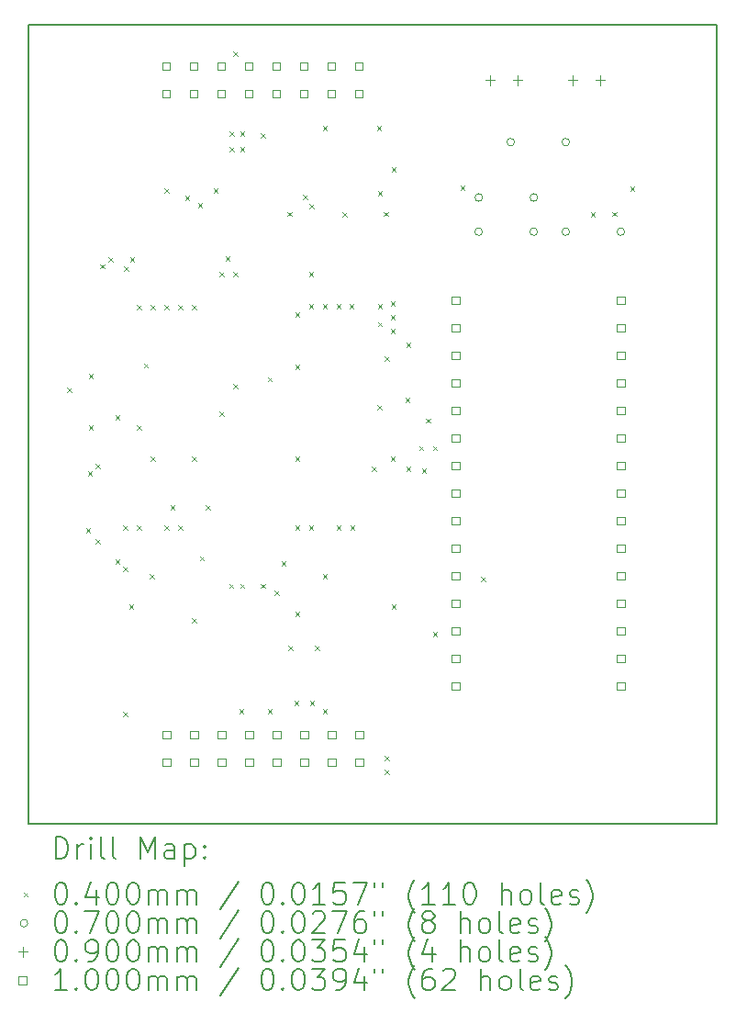
<source format=gbr>
%FSLAX45Y45*%
G04 Gerber Fmt 4.5, Leading zero omitted, Abs format (unit mm)*
G04 Created by KiCad (PCBNEW (6.0.4)) date 2022-03-26 17:54:47*
%MOMM*%
%LPD*%
G01*
G04 APERTURE LIST*
%TA.AperFunction,Profile*%
%ADD10C,0.200000*%
%TD*%
%ADD11C,0.200000*%
%ADD12C,0.040000*%
%ADD13C,0.070000*%
%ADD14C,0.090000*%
%ADD15C,0.100000*%
G04 APERTURE END LIST*
D10*
X10033000Y-13589000D02*
X10033000Y-6223000D01*
X16383000Y-13589000D02*
X10033000Y-13589000D01*
X16383000Y-6223000D02*
X16383000Y-13589000D01*
X10033000Y-6223000D02*
X16383000Y-6223000D01*
D11*
D12*
X10385050Y-9568500D02*
X10425050Y-9608500D01*
X10425050Y-9568500D02*
X10385050Y-9608500D01*
X10558467Y-10864534D02*
X10598467Y-10904534D01*
X10598467Y-10864534D02*
X10558467Y-10904534D01*
X10575550Y-10337676D02*
X10615550Y-10377676D01*
X10615550Y-10337676D02*
X10575550Y-10377676D01*
X10584500Y-9441500D02*
X10624500Y-9481500D01*
X10624500Y-9441500D02*
X10584500Y-9481500D01*
X10584500Y-9914500D02*
X10624500Y-9954500D01*
X10624500Y-9914500D02*
X10584500Y-9954500D01*
X10648000Y-10267000D02*
X10688000Y-10307000D01*
X10688000Y-10267000D02*
X10648000Y-10307000D01*
X10648000Y-10965500D02*
X10688000Y-11005500D01*
X10688000Y-10965500D02*
X10648000Y-11005500D01*
X10690933Y-8427880D02*
X10730933Y-8467880D01*
X10730933Y-8427880D02*
X10690933Y-8467880D01*
X10766099Y-8362000D02*
X10806099Y-8402000D01*
X10806099Y-8362000D02*
X10766099Y-8402000D01*
X10829550Y-9822500D02*
X10869550Y-9862500D01*
X10869550Y-9822500D02*
X10829550Y-9862500D01*
X10831325Y-11148825D02*
X10871325Y-11188824D01*
X10871325Y-11148825D02*
X10831325Y-11188824D01*
X10902000Y-10838500D02*
X10942000Y-10878500D01*
X10942000Y-10838500D02*
X10902000Y-10878500D01*
X10902000Y-11219500D02*
X10942000Y-11259500D01*
X10942000Y-11219500D02*
X10902000Y-11259500D01*
X10902000Y-12553000D02*
X10942000Y-12593000D01*
X10942000Y-12553000D02*
X10902000Y-12593000D01*
X10910999Y-8445783D02*
X10950999Y-8485783D01*
X10950999Y-8445783D02*
X10910999Y-8485783D01*
X10956550Y-11565500D02*
X10996550Y-11605500D01*
X10996550Y-11565500D02*
X10956550Y-11605500D01*
X10965500Y-8362000D02*
X11005500Y-8402000D01*
X11005500Y-8362000D02*
X10965500Y-8402000D01*
X11029000Y-8806500D02*
X11069000Y-8846500D01*
X11069000Y-8806500D02*
X11029000Y-8846500D01*
X11029000Y-9914500D02*
X11069000Y-9954500D01*
X11069000Y-9914500D02*
X11029000Y-9954500D01*
X11029000Y-10838500D02*
X11069000Y-10878500D01*
X11069000Y-10838500D02*
X11029000Y-10878500D01*
X11092500Y-9343000D02*
X11132500Y-9383000D01*
X11132500Y-9343000D02*
X11092500Y-9383000D01*
X11148098Y-11283000D02*
X11188098Y-11323000D01*
X11188098Y-11283000D02*
X11148098Y-11323000D01*
X11156000Y-8806500D02*
X11196000Y-8846500D01*
X11196000Y-8806500D02*
X11156000Y-8846500D01*
X11156000Y-10203500D02*
X11196000Y-10243500D01*
X11196000Y-10203500D02*
X11156000Y-10243500D01*
X11283000Y-7727000D02*
X11323000Y-7767000D01*
X11323000Y-7727000D02*
X11283000Y-7767000D01*
X11283000Y-8806500D02*
X11323000Y-8846500D01*
X11323000Y-8806500D02*
X11283000Y-8846500D01*
X11283000Y-10838500D02*
X11323000Y-10878500D01*
X11323000Y-10838500D02*
X11283000Y-10878500D01*
X11337550Y-10648001D02*
X11377550Y-10688001D01*
X11377550Y-10648001D02*
X11337550Y-10688001D01*
X11410000Y-8806500D02*
X11450000Y-8846500D01*
X11450000Y-8806500D02*
X11410000Y-8846500D01*
X11410000Y-10838500D02*
X11450000Y-10878500D01*
X11450000Y-10838500D02*
X11410000Y-10878500D01*
X11473500Y-7799450D02*
X11513500Y-7839450D01*
X11513500Y-7799450D02*
X11473500Y-7839450D01*
X11537000Y-8806500D02*
X11577000Y-8846500D01*
X11577000Y-8806500D02*
X11537000Y-8846500D01*
X11537000Y-10203500D02*
X11577000Y-10243500D01*
X11577000Y-10203500D02*
X11537000Y-10243500D01*
X11537000Y-11692500D02*
X11577000Y-11732500D01*
X11577000Y-11692500D02*
X11537000Y-11732500D01*
X11591550Y-7862950D02*
X11631550Y-7902950D01*
X11631550Y-7862950D02*
X11591550Y-7902950D01*
X11609450Y-11121000D02*
X11649450Y-11161000D01*
X11649450Y-11121000D02*
X11609450Y-11161000D01*
X11664000Y-10648001D02*
X11704000Y-10688001D01*
X11704000Y-10648001D02*
X11664000Y-10688001D01*
X11736450Y-7727000D02*
X11776450Y-7767000D01*
X11776450Y-7727000D02*
X11736450Y-7767000D01*
X11791000Y-8497950D02*
X11831000Y-8537950D01*
X11831000Y-8497950D02*
X11791000Y-8537950D01*
X11791000Y-9787500D02*
X11831000Y-9827500D01*
X11831000Y-9787500D02*
X11791000Y-9827500D01*
X11845550Y-8353050D02*
X11885550Y-8393050D01*
X11885550Y-8353050D02*
X11845550Y-8393050D01*
X11880950Y-11375000D02*
X11920950Y-11415000D01*
X11920950Y-11375000D02*
X11880950Y-11415000D01*
X11881950Y-7203550D02*
X11921950Y-7243550D01*
X11921950Y-7203550D02*
X11881950Y-7243550D01*
X11881950Y-7348450D02*
X11921950Y-7388450D01*
X11921950Y-7348450D02*
X11881950Y-7388450D01*
X11918000Y-8497950D02*
X11958000Y-8537950D01*
X11958000Y-8497950D02*
X11918000Y-8537950D01*
X11918000Y-9533500D02*
X11958000Y-9573500D01*
X11958000Y-9533500D02*
X11918000Y-9573500D01*
X11919214Y-6465950D02*
X11959214Y-6505950D01*
X11959214Y-6465950D02*
X11919214Y-6505950D01*
X11972550Y-12526950D02*
X12012550Y-12566950D01*
X12012550Y-12526950D02*
X11972550Y-12566950D01*
X11981900Y-7203550D02*
X12021900Y-7243550D01*
X12021900Y-7203550D02*
X11981900Y-7243550D01*
X11981900Y-7348450D02*
X12021900Y-7388450D01*
X12021900Y-7348450D02*
X11981900Y-7388450D01*
X11982455Y-11374045D02*
X12022455Y-11414045D01*
X12022455Y-11374045D02*
X11982455Y-11414045D01*
X12172000Y-7219000D02*
X12212000Y-7259000D01*
X12212000Y-7219000D02*
X12172000Y-7259000D01*
X12172000Y-11375000D02*
X12212000Y-11415000D01*
X12212000Y-11375000D02*
X12172000Y-11415000D01*
X12235500Y-9470000D02*
X12275500Y-9510000D01*
X12275500Y-9470000D02*
X12235500Y-9510000D01*
X12235500Y-12526950D02*
X12275500Y-12566950D01*
X12275500Y-12526950D02*
X12235500Y-12566950D01*
X12299000Y-11438500D02*
X12339000Y-11478500D01*
X12339000Y-11438500D02*
X12299000Y-11478500D01*
X12362500Y-11164950D02*
X12402500Y-11204950D01*
X12402500Y-11164950D02*
X12362500Y-11204950D01*
X12417050Y-7946000D02*
X12457050Y-7986000D01*
X12457050Y-7946000D02*
X12417050Y-7986000D01*
X12426000Y-11946500D02*
X12466000Y-11986500D01*
X12466000Y-11946500D02*
X12426000Y-11986500D01*
X12480550Y-12454500D02*
X12520550Y-12494500D01*
X12520550Y-12454500D02*
X12480550Y-12494500D01*
X12489500Y-8870000D02*
X12529500Y-8910000D01*
X12529500Y-8870000D02*
X12489500Y-8910000D01*
X12489500Y-9351950D02*
X12529500Y-9391950D01*
X12529500Y-9351950D02*
X12489500Y-9391950D01*
X12489500Y-10203500D02*
X12529500Y-10243500D01*
X12529500Y-10203500D02*
X12489500Y-10243500D01*
X12489500Y-10838500D02*
X12529500Y-10878500D01*
X12529500Y-10838500D02*
X12489500Y-10878500D01*
X12490666Y-11631598D02*
X12530666Y-11671598D01*
X12530666Y-11631598D02*
X12490666Y-11671598D01*
X12561950Y-7790500D02*
X12601950Y-7830500D01*
X12601950Y-7790500D02*
X12561950Y-7830500D01*
X12616500Y-8497950D02*
X12656500Y-8537950D01*
X12656500Y-8497950D02*
X12616500Y-8537950D01*
X12616500Y-8797550D02*
X12656500Y-8837550D01*
X12656500Y-8797550D02*
X12616500Y-8837550D01*
X12616500Y-10838500D02*
X12656500Y-10878500D01*
X12656500Y-10838500D02*
X12616500Y-10878500D01*
X12622070Y-7870348D02*
X12662070Y-7910348D01*
X12662070Y-7870348D02*
X12622070Y-7910348D01*
X12625450Y-12454500D02*
X12665450Y-12494500D01*
X12665450Y-12454500D02*
X12625450Y-12494500D01*
X12671050Y-11946500D02*
X12711050Y-11986500D01*
X12711050Y-11946500D02*
X12671050Y-11986500D01*
X12743500Y-7155500D02*
X12783500Y-7195500D01*
X12783500Y-7155500D02*
X12743500Y-7195500D01*
X12743500Y-8797550D02*
X12783500Y-8837550D01*
X12783500Y-8797550D02*
X12743500Y-8837550D01*
X12743500Y-11283000D02*
X12783500Y-11323000D01*
X12783500Y-11283000D02*
X12743500Y-11323000D01*
X12743500Y-12526950D02*
X12783500Y-12566950D01*
X12783500Y-12526950D02*
X12743500Y-12566950D01*
X12870500Y-8797550D02*
X12910500Y-8837550D01*
X12910500Y-8797550D02*
X12870500Y-8837550D01*
X12870500Y-10838500D02*
X12910500Y-10878500D01*
X12910500Y-10838500D02*
X12870500Y-10878500D01*
X12925050Y-7951230D02*
X12965050Y-7991230D01*
X12965050Y-7951230D02*
X12925050Y-7991230D01*
X12990324Y-8797550D02*
X13030324Y-8837550D01*
X13030324Y-8797550D02*
X12990324Y-8837550D01*
X12997500Y-10838500D02*
X13037500Y-10878500D01*
X13037500Y-10838500D02*
X12997500Y-10878500D01*
X13196950Y-10295500D02*
X13236950Y-10335500D01*
X13236950Y-10295500D02*
X13196950Y-10335500D01*
X13242550Y-7155500D02*
X13282550Y-7195500D01*
X13282550Y-7155500D02*
X13242550Y-7195500D01*
X13245770Y-9729730D02*
X13285770Y-9769730D01*
X13285770Y-9729730D02*
X13245770Y-9769730D01*
X13251500Y-7755500D02*
X13291500Y-7795500D01*
X13291500Y-7755500D02*
X13251500Y-7795500D01*
X13251500Y-8797550D02*
X13291500Y-8837550D01*
X13291500Y-8797550D02*
X13251500Y-8837550D01*
X13251500Y-8962000D02*
X13291500Y-9002000D01*
X13291500Y-8962000D02*
X13251500Y-9002000D01*
X13306050Y-7946000D02*
X13346050Y-7986000D01*
X13346050Y-7946000D02*
X13306050Y-7986000D01*
X13315000Y-9279500D02*
X13355000Y-9319500D01*
X13355000Y-9279500D02*
X13315000Y-9319500D01*
X13315000Y-12962500D02*
X13355000Y-13002500D01*
X13355000Y-12962500D02*
X13315000Y-13002500D01*
X13315000Y-13089500D02*
X13355000Y-13129500D01*
X13355000Y-13089500D02*
X13315000Y-13129500D01*
X13369550Y-8771500D02*
X13409550Y-8811500D01*
X13409550Y-8771500D02*
X13369550Y-8811500D01*
X13369550Y-8898500D02*
X13409550Y-8938500D01*
X13409550Y-8898500D02*
X13369550Y-8938500D01*
X13369550Y-9025500D02*
X13409550Y-9065500D01*
X13409550Y-9025500D02*
X13369550Y-9065500D01*
X13369550Y-10200950D02*
X13409550Y-10240950D01*
X13409550Y-10200950D02*
X13369550Y-10240950D01*
X13378500Y-7536500D02*
X13418500Y-7576500D01*
X13418500Y-7536500D02*
X13378500Y-7576500D01*
X13378500Y-11565500D02*
X13418500Y-11605500D01*
X13418500Y-11565500D02*
X13378500Y-11605500D01*
X13505500Y-9660500D02*
X13545500Y-9700500D01*
X13545500Y-9660500D02*
X13505500Y-9700500D01*
X13514450Y-9152500D02*
X13554450Y-9192500D01*
X13554450Y-9152500D02*
X13514450Y-9192500D01*
X13514450Y-10295500D02*
X13554450Y-10335500D01*
X13554450Y-10295500D02*
X13514450Y-10335500D01*
X13632500Y-10105000D02*
X13672500Y-10145000D01*
X13672500Y-10105000D02*
X13632500Y-10145000D01*
X13659351Y-10310505D02*
X13699351Y-10350505D01*
X13699351Y-10310505D02*
X13659351Y-10350505D01*
X13696000Y-9851000D02*
X13736000Y-9891000D01*
X13736000Y-9851000D02*
X13696000Y-9891000D01*
X13759500Y-10105000D02*
X13799500Y-10145000D01*
X13799500Y-10105000D02*
X13759500Y-10145000D01*
X13759500Y-11819500D02*
X13799500Y-11859500D01*
X13799500Y-11819500D02*
X13759500Y-11859500D01*
X14013500Y-7700950D02*
X14053500Y-7740950D01*
X14053500Y-7700950D02*
X14013500Y-7740950D01*
X14204000Y-11311500D02*
X14244000Y-11351500D01*
X14244000Y-11311500D02*
X14204000Y-11351500D01*
X15217188Y-7947294D02*
X15257188Y-7987294D01*
X15257188Y-7947294D02*
X15217188Y-7987294D01*
X15413470Y-7945010D02*
X15453470Y-7985010D01*
X15453470Y-7945010D02*
X15413470Y-7985010D01*
X15581520Y-7711480D02*
X15621520Y-7751480D01*
X15621520Y-7711480D02*
X15581520Y-7751480D01*
D13*
X14218000Y-7813000D02*
G75*
G03*
X14218000Y-7813000I-35000J0D01*
G01*
X14218000Y-8128000D02*
G75*
G03*
X14218000Y-8128000I-35000J0D01*
G01*
X14513000Y-7302500D02*
G75*
G03*
X14513000Y-7302500I-35000J0D01*
G01*
X14726000Y-7813000D02*
G75*
G03*
X14726000Y-7813000I-35000J0D01*
G01*
X14726000Y-8128000D02*
G75*
G03*
X14726000Y-8128000I-35000J0D01*
G01*
X15021000Y-7302500D02*
G75*
G03*
X15021000Y-7302500I-35000J0D01*
G01*
X15021000Y-8128000D02*
G75*
G03*
X15021000Y-8128000I-35000J0D01*
G01*
X15529000Y-8128000D02*
G75*
G03*
X15529000Y-8128000I-35000J0D01*
G01*
D14*
X14287000Y-6686000D02*
X14287000Y-6776000D01*
X14242000Y-6731000D02*
X14332000Y-6731000D01*
X14541000Y-6686000D02*
X14541000Y-6776000D01*
X14496000Y-6731000D02*
X14586000Y-6731000D01*
X15049000Y-6686000D02*
X15049000Y-6776000D01*
X15004000Y-6731000D02*
X15094000Y-6731000D01*
X15303000Y-6686000D02*
X15303000Y-6776000D01*
X15258000Y-6731000D02*
X15348000Y-6731000D01*
D15*
X11336856Y-6638856D02*
X11336856Y-6568144D01*
X11266144Y-6568144D01*
X11266144Y-6638856D01*
X11336856Y-6638856D01*
X11336856Y-6892856D02*
X11336856Y-6822144D01*
X11266144Y-6822144D01*
X11266144Y-6892856D01*
X11336856Y-6892856D01*
X11338356Y-12799356D02*
X11338356Y-12728644D01*
X11267644Y-12728644D01*
X11267644Y-12799356D01*
X11338356Y-12799356D01*
X11338356Y-13053356D02*
X11338356Y-12982644D01*
X11267644Y-12982644D01*
X11267644Y-13053356D01*
X11338356Y-13053356D01*
X11590856Y-6638856D02*
X11590856Y-6568144D01*
X11520144Y-6568144D01*
X11520144Y-6638856D01*
X11590856Y-6638856D01*
X11590856Y-6892856D02*
X11590856Y-6822144D01*
X11520144Y-6822144D01*
X11520144Y-6892856D01*
X11590856Y-6892856D01*
X11592356Y-12799356D02*
X11592356Y-12728644D01*
X11521644Y-12728644D01*
X11521644Y-12799356D01*
X11592356Y-12799356D01*
X11592356Y-13053356D02*
X11592356Y-12982644D01*
X11521644Y-12982644D01*
X11521644Y-13053356D01*
X11592356Y-13053356D01*
X11844856Y-6638856D02*
X11844856Y-6568144D01*
X11774144Y-6568144D01*
X11774144Y-6638856D01*
X11844856Y-6638856D01*
X11844856Y-6892856D02*
X11844856Y-6822144D01*
X11774144Y-6822144D01*
X11774144Y-6892856D01*
X11844856Y-6892856D01*
X11846356Y-12799356D02*
X11846356Y-12728644D01*
X11775644Y-12728644D01*
X11775644Y-12799356D01*
X11846356Y-12799356D01*
X11846356Y-13053356D02*
X11846356Y-12982644D01*
X11775644Y-12982644D01*
X11775644Y-13053356D01*
X11846356Y-13053356D01*
X12098856Y-6638856D02*
X12098856Y-6568144D01*
X12028144Y-6568144D01*
X12028144Y-6638856D01*
X12098856Y-6638856D01*
X12098856Y-6892856D02*
X12098856Y-6822144D01*
X12028144Y-6822144D01*
X12028144Y-6892856D01*
X12098856Y-6892856D01*
X12100356Y-12799356D02*
X12100356Y-12728644D01*
X12029644Y-12728644D01*
X12029644Y-12799356D01*
X12100356Y-12799356D01*
X12100356Y-13053356D02*
X12100356Y-12982644D01*
X12029644Y-12982644D01*
X12029644Y-13053356D01*
X12100356Y-13053356D01*
X12352856Y-6638856D02*
X12352856Y-6568144D01*
X12282144Y-6568144D01*
X12282144Y-6638856D01*
X12352856Y-6638856D01*
X12352856Y-6892856D02*
X12352856Y-6822144D01*
X12282144Y-6822144D01*
X12282144Y-6892856D01*
X12352856Y-6892856D01*
X12354356Y-12799356D02*
X12354356Y-12728644D01*
X12283644Y-12728644D01*
X12283644Y-12799356D01*
X12354356Y-12799356D01*
X12354356Y-13053356D02*
X12354356Y-12982644D01*
X12283644Y-12982644D01*
X12283644Y-13053356D01*
X12354356Y-13053356D01*
X12606856Y-6638856D02*
X12606856Y-6568144D01*
X12536144Y-6568144D01*
X12536144Y-6638856D01*
X12606856Y-6638856D01*
X12606856Y-6892856D02*
X12606856Y-6822144D01*
X12536144Y-6822144D01*
X12536144Y-6892856D01*
X12606856Y-6892856D01*
X12608356Y-12799356D02*
X12608356Y-12728644D01*
X12537644Y-12728644D01*
X12537644Y-12799356D01*
X12608356Y-12799356D01*
X12608356Y-13053356D02*
X12608356Y-12982644D01*
X12537644Y-12982644D01*
X12537644Y-13053356D01*
X12608356Y-13053356D01*
X12860856Y-6638856D02*
X12860856Y-6568144D01*
X12790144Y-6568144D01*
X12790144Y-6638856D01*
X12860856Y-6638856D01*
X12860856Y-6892856D02*
X12860856Y-6822144D01*
X12790144Y-6822144D01*
X12790144Y-6892856D01*
X12860856Y-6892856D01*
X12862356Y-12799356D02*
X12862356Y-12728644D01*
X12791644Y-12728644D01*
X12791644Y-12799356D01*
X12862356Y-12799356D01*
X12862356Y-13053356D02*
X12862356Y-12982644D01*
X12791644Y-12982644D01*
X12791644Y-13053356D01*
X12862356Y-13053356D01*
X13114856Y-6638856D02*
X13114856Y-6568144D01*
X13044144Y-6568144D01*
X13044144Y-6638856D01*
X13114856Y-6638856D01*
X13114856Y-6892856D02*
X13114856Y-6822144D01*
X13044144Y-6822144D01*
X13044144Y-6892856D01*
X13114856Y-6892856D01*
X13116356Y-12799356D02*
X13116356Y-12728644D01*
X13045644Y-12728644D01*
X13045644Y-12799356D01*
X13116356Y-12799356D01*
X13116356Y-13053356D02*
X13116356Y-12982644D01*
X13045644Y-12982644D01*
X13045644Y-13053356D01*
X13116356Y-13053356D01*
X14006356Y-8798356D02*
X14006356Y-8727644D01*
X13935644Y-8727644D01*
X13935644Y-8798356D01*
X14006356Y-8798356D01*
X14006356Y-9052356D02*
X14006356Y-8981644D01*
X13935644Y-8981644D01*
X13935644Y-9052356D01*
X14006356Y-9052356D01*
X14006356Y-9306356D02*
X14006356Y-9235644D01*
X13935644Y-9235644D01*
X13935644Y-9306356D01*
X14006356Y-9306356D01*
X14006356Y-9560356D02*
X14006356Y-9489644D01*
X13935644Y-9489644D01*
X13935644Y-9560356D01*
X14006356Y-9560356D01*
X14006356Y-9814356D02*
X14006356Y-9743644D01*
X13935644Y-9743644D01*
X13935644Y-9814356D01*
X14006356Y-9814356D01*
X14006356Y-10068356D02*
X14006356Y-9997644D01*
X13935644Y-9997644D01*
X13935644Y-10068356D01*
X14006356Y-10068356D01*
X14006356Y-10322356D02*
X14006356Y-10251644D01*
X13935644Y-10251644D01*
X13935644Y-10322356D01*
X14006356Y-10322356D01*
X14006356Y-10576356D02*
X14006356Y-10505644D01*
X13935644Y-10505644D01*
X13935644Y-10576356D01*
X14006356Y-10576356D01*
X14006356Y-10830356D02*
X14006356Y-10759644D01*
X13935644Y-10759644D01*
X13935644Y-10830356D01*
X14006356Y-10830356D01*
X14006356Y-11084356D02*
X14006356Y-11013644D01*
X13935644Y-11013644D01*
X13935644Y-11084356D01*
X14006356Y-11084356D01*
X14006356Y-11338356D02*
X14006356Y-11267644D01*
X13935644Y-11267644D01*
X13935644Y-11338356D01*
X14006356Y-11338356D01*
X14006356Y-11592356D02*
X14006356Y-11521644D01*
X13935644Y-11521644D01*
X13935644Y-11592356D01*
X14006356Y-11592356D01*
X14006356Y-11846356D02*
X14006356Y-11775644D01*
X13935644Y-11775644D01*
X13935644Y-11846356D01*
X14006356Y-11846356D01*
X14006356Y-12100356D02*
X14006356Y-12029644D01*
X13935644Y-12029644D01*
X13935644Y-12100356D01*
X14006356Y-12100356D01*
X14006356Y-12354356D02*
X14006356Y-12283644D01*
X13935644Y-12283644D01*
X13935644Y-12354356D01*
X14006356Y-12354356D01*
X15530356Y-8798356D02*
X15530356Y-8727644D01*
X15459644Y-8727644D01*
X15459644Y-8798356D01*
X15530356Y-8798356D01*
X15530356Y-9052356D02*
X15530356Y-8981644D01*
X15459644Y-8981644D01*
X15459644Y-9052356D01*
X15530356Y-9052356D01*
X15530356Y-9306356D02*
X15530356Y-9235644D01*
X15459644Y-9235644D01*
X15459644Y-9306356D01*
X15530356Y-9306356D01*
X15530356Y-9560356D02*
X15530356Y-9489644D01*
X15459644Y-9489644D01*
X15459644Y-9560356D01*
X15530356Y-9560356D01*
X15530356Y-9814356D02*
X15530356Y-9743644D01*
X15459644Y-9743644D01*
X15459644Y-9814356D01*
X15530356Y-9814356D01*
X15530356Y-10068356D02*
X15530356Y-9997644D01*
X15459644Y-9997644D01*
X15459644Y-10068356D01*
X15530356Y-10068356D01*
X15530356Y-10322356D02*
X15530356Y-10251644D01*
X15459644Y-10251644D01*
X15459644Y-10322356D01*
X15530356Y-10322356D01*
X15530356Y-10576356D02*
X15530356Y-10505644D01*
X15459644Y-10505644D01*
X15459644Y-10576356D01*
X15530356Y-10576356D01*
X15530356Y-10830356D02*
X15530356Y-10759644D01*
X15459644Y-10759644D01*
X15459644Y-10830356D01*
X15530356Y-10830356D01*
X15530356Y-11084356D02*
X15530356Y-11013644D01*
X15459644Y-11013644D01*
X15459644Y-11084356D01*
X15530356Y-11084356D01*
X15530356Y-11338356D02*
X15530356Y-11267644D01*
X15459644Y-11267644D01*
X15459644Y-11338356D01*
X15530356Y-11338356D01*
X15530356Y-11592356D02*
X15530356Y-11521644D01*
X15459644Y-11521644D01*
X15459644Y-11592356D01*
X15530356Y-11592356D01*
X15530356Y-11846356D02*
X15530356Y-11775644D01*
X15459644Y-11775644D01*
X15459644Y-11846356D01*
X15530356Y-11846356D01*
X15530356Y-12100356D02*
X15530356Y-12029644D01*
X15459644Y-12029644D01*
X15459644Y-12100356D01*
X15530356Y-12100356D01*
X15530356Y-12354356D02*
X15530356Y-12283644D01*
X15459644Y-12283644D01*
X15459644Y-12354356D01*
X15530356Y-12354356D01*
D11*
X10280619Y-13909476D02*
X10280619Y-13709476D01*
X10328238Y-13709476D01*
X10356810Y-13719000D01*
X10375857Y-13738048D01*
X10385381Y-13757095D01*
X10394905Y-13795190D01*
X10394905Y-13823762D01*
X10385381Y-13861857D01*
X10375857Y-13880905D01*
X10356810Y-13899952D01*
X10328238Y-13909476D01*
X10280619Y-13909476D01*
X10480619Y-13909476D02*
X10480619Y-13776143D01*
X10480619Y-13814238D02*
X10490143Y-13795190D01*
X10499667Y-13785667D01*
X10518714Y-13776143D01*
X10537762Y-13776143D01*
X10604429Y-13909476D02*
X10604429Y-13776143D01*
X10604429Y-13709476D02*
X10594905Y-13719000D01*
X10604429Y-13728524D01*
X10613952Y-13719000D01*
X10604429Y-13709476D01*
X10604429Y-13728524D01*
X10728238Y-13909476D02*
X10709190Y-13899952D01*
X10699667Y-13880905D01*
X10699667Y-13709476D01*
X10833000Y-13909476D02*
X10813952Y-13899952D01*
X10804429Y-13880905D01*
X10804429Y-13709476D01*
X11061571Y-13909476D02*
X11061571Y-13709476D01*
X11128238Y-13852333D01*
X11194905Y-13709476D01*
X11194905Y-13909476D01*
X11375857Y-13909476D02*
X11375857Y-13804714D01*
X11366333Y-13785667D01*
X11347286Y-13776143D01*
X11309190Y-13776143D01*
X11290143Y-13785667D01*
X11375857Y-13899952D02*
X11356809Y-13909476D01*
X11309190Y-13909476D01*
X11290143Y-13899952D01*
X11280619Y-13880905D01*
X11280619Y-13861857D01*
X11290143Y-13842809D01*
X11309190Y-13833286D01*
X11356809Y-13833286D01*
X11375857Y-13823762D01*
X11471095Y-13776143D02*
X11471095Y-13976143D01*
X11471095Y-13785667D02*
X11490143Y-13776143D01*
X11528238Y-13776143D01*
X11547286Y-13785667D01*
X11556809Y-13795190D01*
X11566333Y-13814238D01*
X11566333Y-13871381D01*
X11556809Y-13890428D01*
X11547286Y-13899952D01*
X11528238Y-13909476D01*
X11490143Y-13909476D01*
X11471095Y-13899952D01*
X11652048Y-13890428D02*
X11661571Y-13899952D01*
X11652048Y-13909476D01*
X11642524Y-13899952D01*
X11652048Y-13890428D01*
X11652048Y-13909476D01*
X11652048Y-13785667D02*
X11661571Y-13795190D01*
X11652048Y-13804714D01*
X11642524Y-13795190D01*
X11652048Y-13785667D01*
X11652048Y-13804714D01*
D12*
X9983000Y-14219000D02*
X10023000Y-14259000D01*
X10023000Y-14219000D02*
X9983000Y-14259000D01*
D11*
X10318714Y-14129476D02*
X10337762Y-14129476D01*
X10356810Y-14139000D01*
X10366333Y-14148524D01*
X10375857Y-14167571D01*
X10385381Y-14205667D01*
X10385381Y-14253286D01*
X10375857Y-14291381D01*
X10366333Y-14310428D01*
X10356810Y-14319952D01*
X10337762Y-14329476D01*
X10318714Y-14329476D01*
X10299667Y-14319952D01*
X10290143Y-14310428D01*
X10280619Y-14291381D01*
X10271095Y-14253286D01*
X10271095Y-14205667D01*
X10280619Y-14167571D01*
X10290143Y-14148524D01*
X10299667Y-14139000D01*
X10318714Y-14129476D01*
X10471095Y-14310428D02*
X10480619Y-14319952D01*
X10471095Y-14329476D01*
X10461571Y-14319952D01*
X10471095Y-14310428D01*
X10471095Y-14329476D01*
X10652048Y-14196143D02*
X10652048Y-14329476D01*
X10604429Y-14119952D02*
X10556810Y-14262809D01*
X10680619Y-14262809D01*
X10794905Y-14129476D02*
X10813952Y-14129476D01*
X10833000Y-14139000D01*
X10842524Y-14148524D01*
X10852048Y-14167571D01*
X10861571Y-14205667D01*
X10861571Y-14253286D01*
X10852048Y-14291381D01*
X10842524Y-14310428D01*
X10833000Y-14319952D01*
X10813952Y-14329476D01*
X10794905Y-14329476D01*
X10775857Y-14319952D01*
X10766333Y-14310428D01*
X10756810Y-14291381D01*
X10747286Y-14253286D01*
X10747286Y-14205667D01*
X10756810Y-14167571D01*
X10766333Y-14148524D01*
X10775857Y-14139000D01*
X10794905Y-14129476D01*
X10985381Y-14129476D02*
X11004429Y-14129476D01*
X11023476Y-14139000D01*
X11033000Y-14148524D01*
X11042524Y-14167571D01*
X11052048Y-14205667D01*
X11052048Y-14253286D01*
X11042524Y-14291381D01*
X11033000Y-14310428D01*
X11023476Y-14319952D01*
X11004429Y-14329476D01*
X10985381Y-14329476D01*
X10966333Y-14319952D01*
X10956810Y-14310428D01*
X10947286Y-14291381D01*
X10937762Y-14253286D01*
X10937762Y-14205667D01*
X10947286Y-14167571D01*
X10956810Y-14148524D01*
X10966333Y-14139000D01*
X10985381Y-14129476D01*
X11137762Y-14329476D02*
X11137762Y-14196143D01*
X11137762Y-14215190D02*
X11147286Y-14205667D01*
X11166333Y-14196143D01*
X11194905Y-14196143D01*
X11213952Y-14205667D01*
X11223476Y-14224714D01*
X11223476Y-14329476D01*
X11223476Y-14224714D02*
X11233000Y-14205667D01*
X11252048Y-14196143D01*
X11280619Y-14196143D01*
X11299667Y-14205667D01*
X11309190Y-14224714D01*
X11309190Y-14329476D01*
X11404428Y-14329476D02*
X11404428Y-14196143D01*
X11404428Y-14215190D02*
X11413952Y-14205667D01*
X11433000Y-14196143D01*
X11461571Y-14196143D01*
X11480619Y-14205667D01*
X11490143Y-14224714D01*
X11490143Y-14329476D01*
X11490143Y-14224714D02*
X11499667Y-14205667D01*
X11518714Y-14196143D01*
X11547286Y-14196143D01*
X11566333Y-14205667D01*
X11575857Y-14224714D01*
X11575857Y-14329476D01*
X11966333Y-14119952D02*
X11794905Y-14377095D01*
X12223476Y-14129476D02*
X12242524Y-14129476D01*
X12261571Y-14139000D01*
X12271095Y-14148524D01*
X12280619Y-14167571D01*
X12290143Y-14205667D01*
X12290143Y-14253286D01*
X12280619Y-14291381D01*
X12271095Y-14310428D01*
X12261571Y-14319952D01*
X12242524Y-14329476D01*
X12223476Y-14329476D01*
X12204428Y-14319952D01*
X12194905Y-14310428D01*
X12185381Y-14291381D01*
X12175857Y-14253286D01*
X12175857Y-14205667D01*
X12185381Y-14167571D01*
X12194905Y-14148524D01*
X12204428Y-14139000D01*
X12223476Y-14129476D01*
X12375857Y-14310428D02*
X12385381Y-14319952D01*
X12375857Y-14329476D01*
X12366333Y-14319952D01*
X12375857Y-14310428D01*
X12375857Y-14329476D01*
X12509190Y-14129476D02*
X12528238Y-14129476D01*
X12547286Y-14139000D01*
X12556809Y-14148524D01*
X12566333Y-14167571D01*
X12575857Y-14205667D01*
X12575857Y-14253286D01*
X12566333Y-14291381D01*
X12556809Y-14310428D01*
X12547286Y-14319952D01*
X12528238Y-14329476D01*
X12509190Y-14329476D01*
X12490143Y-14319952D01*
X12480619Y-14310428D01*
X12471095Y-14291381D01*
X12461571Y-14253286D01*
X12461571Y-14205667D01*
X12471095Y-14167571D01*
X12480619Y-14148524D01*
X12490143Y-14139000D01*
X12509190Y-14129476D01*
X12766333Y-14329476D02*
X12652048Y-14329476D01*
X12709190Y-14329476D02*
X12709190Y-14129476D01*
X12690143Y-14158048D01*
X12671095Y-14177095D01*
X12652048Y-14186619D01*
X12947286Y-14129476D02*
X12852048Y-14129476D01*
X12842524Y-14224714D01*
X12852048Y-14215190D01*
X12871095Y-14205667D01*
X12918714Y-14205667D01*
X12937762Y-14215190D01*
X12947286Y-14224714D01*
X12956809Y-14243762D01*
X12956809Y-14291381D01*
X12947286Y-14310428D01*
X12937762Y-14319952D01*
X12918714Y-14329476D01*
X12871095Y-14329476D01*
X12852048Y-14319952D01*
X12842524Y-14310428D01*
X13023476Y-14129476D02*
X13156809Y-14129476D01*
X13071095Y-14329476D01*
X13223476Y-14129476D02*
X13223476Y-14167571D01*
X13299667Y-14129476D02*
X13299667Y-14167571D01*
X13594905Y-14405667D02*
X13585381Y-14396143D01*
X13566333Y-14367571D01*
X13556809Y-14348524D01*
X13547286Y-14319952D01*
X13537762Y-14272333D01*
X13537762Y-14234238D01*
X13547286Y-14186619D01*
X13556809Y-14158048D01*
X13566333Y-14139000D01*
X13585381Y-14110428D01*
X13594905Y-14100905D01*
X13775857Y-14329476D02*
X13661571Y-14329476D01*
X13718714Y-14329476D02*
X13718714Y-14129476D01*
X13699667Y-14158048D01*
X13680619Y-14177095D01*
X13661571Y-14186619D01*
X13966333Y-14329476D02*
X13852048Y-14329476D01*
X13909190Y-14329476D02*
X13909190Y-14129476D01*
X13890143Y-14158048D01*
X13871095Y-14177095D01*
X13852048Y-14186619D01*
X14090143Y-14129476D02*
X14109190Y-14129476D01*
X14128238Y-14139000D01*
X14137762Y-14148524D01*
X14147286Y-14167571D01*
X14156809Y-14205667D01*
X14156809Y-14253286D01*
X14147286Y-14291381D01*
X14137762Y-14310428D01*
X14128238Y-14319952D01*
X14109190Y-14329476D01*
X14090143Y-14329476D01*
X14071095Y-14319952D01*
X14061571Y-14310428D01*
X14052048Y-14291381D01*
X14042524Y-14253286D01*
X14042524Y-14205667D01*
X14052048Y-14167571D01*
X14061571Y-14148524D01*
X14071095Y-14139000D01*
X14090143Y-14129476D01*
X14394905Y-14329476D02*
X14394905Y-14129476D01*
X14480619Y-14329476D02*
X14480619Y-14224714D01*
X14471095Y-14205667D01*
X14452048Y-14196143D01*
X14423476Y-14196143D01*
X14404428Y-14205667D01*
X14394905Y-14215190D01*
X14604428Y-14329476D02*
X14585381Y-14319952D01*
X14575857Y-14310428D01*
X14566333Y-14291381D01*
X14566333Y-14234238D01*
X14575857Y-14215190D01*
X14585381Y-14205667D01*
X14604428Y-14196143D01*
X14633000Y-14196143D01*
X14652048Y-14205667D01*
X14661571Y-14215190D01*
X14671095Y-14234238D01*
X14671095Y-14291381D01*
X14661571Y-14310428D01*
X14652048Y-14319952D01*
X14633000Y-14329476D01*
X14604428Y-14329476D01*
X14785381Y-14329476D02*
X14766333Y-14319952D01*
X14756809Y-14300905D01*
X14756809Y-14129476D01*
X14937762Y-14319952D02*
X14918714Y-14329476D01*
X14880619Y-14329476D01*
X14861571Y-14319952D01*
X14852048Y-14300905D01*
X14852048Y-14224714D01*
X14861571Y-14205667D01*
X14880619Y-14196143D01*
X14918714Y-14196143D01*
X14937762Y-14205667D01*
X14947286Y-14224714D01*
X14947286Y-14243762D01*
X14852048Y-14262809D01*
X15023476Y-14319952D02*
X15042524Y-14329476D01*
X15080619Y-14329476D01*
X15099667Y-14319952D01*
X15109190Y-14300905D01*
X15109190Y-14291381D01*
X15099667Y-14272333D01*
X15080619Y-14262809D01*
X15052048Y-14262809D01*
X15033000Y-14253286D01*
X15023476Y-14234238D01*
X15023476Y-14224714D01*
X15033000Y-14205667D01*
X15052048Y-14196143D01*
X15080619Y-14196143D01*
X15099667Y-14205667D01*
X15175857Y-14405667D02*
X15185381Y-14396143D01*
X15204428Y-14367571D01*
X15213952Y-14348524D01*
X15223476Y-14319952D01*
X15233000Y-14272333D01*
X15233000Y-14234238D01*
X15223476Y-14186619D01*
X15213952Y-14158048D01*
X15204428Y-14139000D01*
X15185381Y-14110428D01*
X15175857Y-14100905D01*
D13*
X10023000Y-14503000D02*
G75*
G03*
X10023000Y-14503000I-35000J0D01*
G01*
D11*
X10318714Y-14393476D02*
X10337762Y-14393476D01*
X10356810Y-14403000D01*
X10366333Y-14412524D01*
X10375857Y-14431571D01*
X10385381Y-14469667D01*
X10385381Y-14517286D01*
X10375857Y-14555381D01*
X10366333Y-14574428D01*
X10356810Y-14583952D01*
X10337762Y-14593476D01*
X10318714Y-14593476D01*
X10299667Y-14583952D01*
X10290143Y-14574428D01*
X10280619Y-14555381D01*
X10271095Y-14517286D01*
X10271095Y-14469667D01*
X10280619Y-14431571D01*
X10290143Y-14412524D01*
X10299667Y-14403000D01*
X10318714Y-14393476D01*
X10471095Y-14574428D02*
X10480619Y-14583952D01*
X10471095Y-14593476D01*
X10461571Y-14583952D01*
X10471095Y-14574428D01*
X10471095Y-14593476D01*
X10547286Y-14393476D02*
X10680619Y-14393476D01*
X10594905Y-14593476D01*
X10794905Y-14393476D02*
X10813952Y-14393476D01*
X10833000Y-14403000D01*
X10842524Y-14412524D01*
X10852048Y-14431571D01*
X10861571Y-14469667D01*
X10861571Y-14517286D01*
X10852048Y-14555381D01*
X10842524Y-14574428D01*
X10833000Y-14583952D01*
X10813952Y-14593476D01*
X10794905Y-14593476D01*
X10775857Y-14583952D01*
X10766333Y-14574428D01*
X10756810Y-14555381D01*
X10747286Y-14517286D01*
X10747286Y-14469667D01*
X10756810Y-14431571D01*
X10766333Y-14412524D01*
X10775857Y-14403000D01*
X10794905Y-14393476D01*
X10985381Y-14393476D02*
X11004429Y-14393476D01*
X11023476Y-14403000D01*
X11033000Y-14412524D01*
X11042524Y-14431571D01*
X11052048Y-14469667D01*
X11052048Y-14517286D01*
X11042524Y-14555381D01*
X11033000Y-14574428D01*
X11023476Y-14583952D01*
X11004429Y-14593476D01*
X10985381Y-14593476D01*
X10966333Y-14583952D01*
X10956810Y-14574428D01*
X10947286Y-14555381D01*
X10937762Y-14517286D01*
X10937762Y-14469667D01*
X10947286Y-14431571D01*
X10956810Y-14412524D01*
X10966333Y-14403000D01*
X10985381Y-14393476D01*
X11137762Y-14593476D02*
X11137762Y-14460143D01*
X11137762Y-14479190D02*
X11147286Y-14469667D01*
X11166333Y-14460143D01*
X11194905Y-14460143D01*
X11213952Y-14469667D01*
X11223476Y-14488714D01*
X11223476Y-14593476D01*
X11223476Y-14488714D02*
X11233000Y-14469667D01*
X11252048Y-14460143D01*
X11280619Y-14460143D01*
X11299667Y-14469667D01*
X11309190Y-14488714D01*
X11309190Y-14593476D01*
X11404428Y-14593476D02*
X11404428Y-14460143D01*
X11404428Y-14479190D02*
X11413952Y-14469667D01*
X11433000Y-14460143D01*
X11461571Y-14460143D01*
X11480619Y-14469667D01*
X11490143Y-14488714D01*
X11490143Y-14593476D01*
X11490143Y-14488714D02*
X11499667Y-14469667D01*
X11518714Y-14460143D01*
X11547286Y-14460143D01*
X11566333Y-14469667D01*
X11575857Y-14488714D01*
X11575857Y-14593476D01*
X11966333Y-14383952D02*
X11794905Y-14641095D01*
X12223476Y-14393476D02*
X12242524Y-14393476D01*
X12261571Y-14403000D01*
X12271095Y-14412524D01*
X12280619Y-14431571D01*
X12290143Y-14469667D01*
X12290143Y-14517286D01*
X12280619Y-14555381D01*
X12271095Y-14574428D01*
X12261571Y-14583952D01*
X12242524Y-14593476D01*
X12223476Y-14593476D01*
X12204428Y-14583952D01*
X12194905Y-14574428D01*
X12185381Y-14555381D01*
X12175857Y-14517286D01*
X12175857Y-14469667D01*
X12185381Y-14431571D01*
X12194905Y-14412524D01*
X12204428Y-14403000D01*
X12223476Y-14393476D01*
X12375857Y-14574428D02*
X12385381Y-14583952D01*
X12375857Y-14593476D01*
X12366333Y-14583952D01*
X12375857Y-14574428D01*
X12375857Y-14593476D01*
X12509190Y-14393476D02*
X12528238Y-14393476D01*
X12547286Y-14403000D01*
X12556809Y-14412524D01*
X12566333Y-14431571D01*
X12575857Y-14469667D01*
X12575857Y-14517286D01*
X12566333Y-14555381D01*
X12556809Y-14574428D01*
X12547286Y-14583952D01*
X12528238Y-14593476D01*
X12509190Y-14593476D01*
X12490143Y-14583952D01*
X12480619Y-14574428D01*
X12471095Y-14555381D01*
X12461571Y-14517286D01*
X12461571Y-14469667D01*
X12471095Y-14431571D01*
X12480619Y-14412524D01*
X12490143Y-14403000D01*
X12509190Y-14393476D01*
X12652048Y-14412524D02*
X12661571Y-14403000D01*
X12680619Y-14393476D01*
X12728238Y-14393476D01*
X12747286Y-14403000D01*
X12756809Y-14412524D01*
X12766333Y-14431571D01*
X12766333Y-14450619D01*
X12756809Y-14479190D01*
X12642524Y-14593476D01*
X12766333Y-14593476D01*
X12833000Y-14393476D02*
X12966333Y-14393476D01*
X12880619Y-14593476D01*
X13128238Y-14393476D02*
X13090143Y-14393476D01*
X13071095Y-14403000D01*
X13061571Y-14412524D01*
X13042524Y-14441095D01*
X13033000Y-14479190D01*
X13033000Y-14555381D01*
X13042524Y-14574428D01*
X13052048Y-14583952D01*
X13071095Y-14593476D01*
X13109190Y-14593476D01*
X13128238Y-14583952D01*
X13137762Y-14574428D01*
X13147286Y-14555381D01*
X13147286Y-14507762D01*
X13137762Y-14488714D01*
X13128238Y-14479190D01*
X13109190Y-14469667D01*
X13071095Y-14469667D01*
X13052048Y-14479190D01*
X13042524Y-14488714D01*
X13033000Y-14507762D01*
X13223476Y-14393476D02*
X13223476Y-14431571D01*
X13299667Y-14393476D02*
X13299667Y-14431571D01*
X13594905Y-14669667D02*
X13585381Y-14660143D01*
X13566333Y-14631571D01*
X13556809Y-14612524D01*
X13547286Y-14583952D01*
X13537762Y-14536333D01*
X13537762Y-14498238D01*
X13547286Y-14450619D01*
X13556809Y-14422048D01*
X13566333Y-14403000D01*
X13585381Y-14374428D01*
X13594905Y-14364905D01*
X13699667Y-14479190D02*
X13680619Y-14469667D01*
X13671095Y-14460143D01*
X13661571Y-14441095D01*
X13661571Y-14431571D01*
X13671095Y-14412524D01*
X13680619Y-14403000D01*
X13699667Y-14393476D01*
X13737762Y-14393476D01*
X13756809Y-14403000D01*
X13766333Y-14412524D01*
X13775857Y-14431571D01*
X13775857Y-14441095D01*
X13766333Y-14460143D01*
X13756809Y-14469667D01*
X13737762Y-14479190D01*
X13699667Y-14479190D01*
X13680619Y-14488714D01*
X13671095Y-14498238D01*
X13661571Y-14517286D01*
X13661571Y-14555381D01*
X13671095Y-14574428D01*
X13680619Y-14583952D01*
X13699667Y-14593476D01*
X13737762Y-14593476D01*
X13756809Y-14583952D01*
X13766333Y-14574428D01*
X13775857Y-14555381D01*
X13775857Y-14517286D01*
X13766333Y-14498238D01*
X13756809Y-14488714D01*
X13737762Y-14479190D01*
X14013952Y-14593476D02*
X14013952Y-14393476D01*
X14099667Y-14593476D02*
X14099667Y-14488714D01*
X14090143Y-14469667D01*
X14071095Y-14460143D01*
X14042524Y-14460143D01*
X14023476Y-14469667D01*
X14013952Y-14479190D01*
X14223476Y-14593476D02*
X14204428Y-14583952D01*
X14194905Y-14574428D01*
X14185381Y-14555381D01*
X14185381Y-14498238D01*
X14194905Y-14479190D01*
X14204428Y-14469667D01*
X14223476Y-14460143D01*
X14252048Y-14460143D01*
X14271095Y-14469667D01*
X14280619Y-14479190D01*
X14290143Y-14498238D01*
X14290143Y-14555381D01*
X14280619Y-14574428D01*
X14271095Y-14583952D01*
X14252048Y-14593476D01*
X14223476Y-14593476D01*
X14404428Y-14593476D02*
X14385381Y-14583952D01*
X14375857Y-14564905D01*
X14375857Y-14393476D01*
X14556809Y-14583952D02*
X14537762Y-14593476D01*
X14499667Y-14593476D01*
X14480619Y-14583952D01*
X14471095Y-14564905D01*
X14471095Y-14488714D01*
X14480619Y-14469667D01*
X14499667Y-14460143D01*
X14537762Y-14460143D01*
X14556809Y-14469667D01*
X14566333Y-14488714D01*
X14566333Y-14507762D01*
X14471095Y-14526809D01*
X14642524Y-14583952D02*
X14661571Y-14593476D01*
X14699667Y-14593476D01*
X14718714Y-14583952D01*
X14728238Y-14564905D01*
X14728238Y-14555381D01*
X14718714Y-14536333D01*
X14699667Y-14526809D01*
X14671095Y-14526809D01*
X14652048Y-14517286D01*
X14642524Y-14498238D01*
X14642524Y-14488714D01*
X14652048Y-14469667D01*
X14671095Y-14460143D01*
X14699667Y-14460143D01*
X14718714Y-14469667D01*
X14794905Y-14669667D02*
X14804428Y-14660143D01*
X14823476Y-14631571D01*
X14833000Y-14612524D01*
X14842524Y-14583952D01*
X14852048Y-14536333D01*
X14852048Y-14498238D01*
X14842524Y-14450619D01*
X14833000Y-14422048D01*
X14823476Y-14403000D01*
X14804428Y-14374428D01*
X14794905Y-14364905D01*
D14*
X9978000Y-14722000D02*
X9978000Y-14812000D01*
X9933000Y-14767000D02*
X10023000Y-14767000D01*
D11*
X10318714Y-14657476D02*
X10337762Y-14657476D01*
X10356810Y-14667000D01*
X10366333Y-14676524D01*
X10375857Y-14695571D01*
X10385381Y-14733667D01*
X10385381Y-14781286D01*
X10375857Y-14819381D01*
X10366333Y-14838428D01*
X10356810Y-14847952D01*
X10337762Y-14857476D01*
X10318714Y-14857476D01*
X10299667Y-14847952D01*
X10290143Y-14838428D01*
X10280619Y-14819381D01*
X10271095Y-14781286D01*
X10271095Y-14733667D01*
X10280619Y-14695571D01*
X10290143Y-14676524D01*
X10299667Y-14667000D01*
X10318714Y-14657476D01*
X10471095Y-14838428D02*
X10480619Y-14847952D01*
X10471095Y-14857476D01*
X10461571Y-14847952D01*
X10471095Y-14838428D01*
X10471095Y-14857476D01*
X10575857Y-14857476D02*
X10613952Y-14857476D01*
X10633000Y-14847952D01*
X10642524Y-14838428D01*
X10661571Y-14809857D01*
X10671095Y-14771762D01*
X10671095Y-14695571D01*
X10661571Y-14676524D01*
X10652048Y-14667000D01*
X10633000Y-14657476D01*
X10594905Y-14657476D01*
X10575857Y-14667000D01*
X10566333Y-14676524D01*
X10556810Y-14695571D01*
X10556810Y-14743190D01*
X10566333Y-14762238D01*
X10575857Y-14771762D01*
X10594905Y-14781286D01*
X10633000Y-14781286D01*
X10652048Y-14771762D01*
X10661571Y-14762238D01*
X10671095Y-14743190D01*
X10794905Y-14657476D02*
X10813952Y-14657476D01*
X10833000Y-14667000D01*
X10842524Y-14676524D01*
X10852048Y-14695571D01*
X10861571Y-14733667D01*
X10861571Y-14781286D01*
X10852048Y-14819381D01*
X10842524Y-14838428D01*
X10833000Y-14847952D01*
X10813952Y-14857476D01*
X10794905Y-14857476D01*
X10775857Y-14847952D01*
X10766333Y-14838428D01*
X10756810Y-14819381D01*
X10747286Y-14781286D01*
X10747286Y-14733667D01*
X10756810Y-14695571D01*
X10766333Y-14676524D01*
X10775857Y-14667000D01*
X10794905Y-14657476D01*
X10985381Y-14657476D02*
X11004429Y-14657476D01*
X11023476Y-14667000D01*
X11033000Y-14676524D01*
X11042524Y-14695571D01*
X11052048Y-14733667D01*
X11052048Y-14781286D01*
X11042524Y-14819381D01*
X11033000Y-14838428D01*
X11023476Y-14847952D01*
X11004429Y-14857476D01*
X10985381Y-14857476D01*
X10966333Y-14847952D01*
X10956810Y-14838428D01*
X10947286Y-14819381D01*
X10937762Y-14781286D01*
X10937762Y-14733667D01*
X10947286Y-14695571D01*
X10956810Y-14676524D01*
X10966333Y-14667000D01*
X10985381Y-14657476D01*
X11137762Y-14857476D02*
X11137762Y-14724143D01*
X11137762Y-14743190D02*
X11147286Y-14733667D01*
X11166333Y-14724143D01*
X11194905Y-14724143D01*
X11213952Y-14733667D01*
X11223476Y-14752714D01*
X11223476Y-14857476D01*
X11223476Y-14752714D02*
X11233000Y-14733667D01*
X11252048Y-14724143D01*
X11280619Y-14724143D01*
X11299667Y-14733667D01*
X11309190Y-14752714D01*
X11309190Y-14857476D01*
X11404428Y-14857476D02*
X11404428Y-14724143D01*
X11404428Y-14743190D02*
X11413952Y-14733667D01*
X11433000Y-14724143D01*
X11461571Y-14724143D01*
X11480619Y-14733667D01*
X11490143Y-14752714D01*
X11490143Y-14857476D01*
X11490143Y-14752714D02*
X11499667Y-14733667D01*
X11518714Y-14724143D01*
X11547286Y-14724143D01*
X11566333Y-14733667D01*
X11575857Y-14752714D01*
X11575857Y-14857476D01*
X11966333Y-14647952D02*
X11794905Y-14905095D01*
X12223476Y-14657476D02*
X12242524Y-14657476D01*
X12261571Y-14667000D01*
X12271095Y-14676524D01*
X12280619Y-14695571D01*
X12290143Y-14733667D01*
X12290143Y-14781286D01*
X12280619Y-14819381D01*
X12271095Y-14838428D01*
X12261571Y-14847952D01*
X12242524Y-14857476D01*
X12223476Y-14857476D01*
X12204428Y-14847952D01*
X12194905Y-14838428D01*
X12185381Y-14819381D01*
X12175857Y-14781286D01*
X12175857Y-14733667D01*
X12185381Y-14695571D01*
X12194905Y-14676524D01*
X12204428Y-14667000D01*
X12223476Y-14657476D01*
X12375857Y-14838428D02*
X12385381Y-14847952D01*
X12375857Y-14857476D01*
X12366333Y-14847952D01*
X12375857Y-14838428D01*
X12375857Y-14857476D01*
X12509190Y-14657476D02*
X12528238Y-14657476D01*
X12547286Y-14667000D01*
X12556809Y-14676524D01*
X12566333Y-14695571D01*
X12575857Y-14733667D01*
X12575857Y-14781286D01*
X12566333Y-14819381D01*
X12556809Y-14838428D01*
X12547286Y-14847952D01*
X12528238Y-14857476D01*
X12509190Y-14857476D01*
X12490143Y-14847952D01*
X12480619Y-14838428D01*
X12471095Y-14819381D01*
X12461571Y-14781286D01*
X12461571Y-14733667D01*
X12471095Y-14695571D01*
X12480619Y-14676524D01*
X12490143Y-14667000D01*
X12509190Y-14657476D01*
X12642524Y-14657476D02*
X12766333Y-14657476D01*
X12699667Y-14733667D01*
X12728238Y-14733667D01*
X12747286Y-14743190D01*
X12756809Y-14752714D01*
X12766333Y-14771762D01*
X12766333Y-14819381D01*
X12756809Y-14838428D01*
X12747286Y-14847952D01*
X12728238Y-14857476D01*
X12671095Y-14857476D01*
X12652048Y-14847952D01*
X12642524Y-14838428D01*
X12947286Y-14657476D02*
X12852048Y-14657476D01*
X12842524Y-14752714D01*
X12852048Y-14743190D01*
X12871095Y-14733667D01*
X12918714Y-14733667D01*
X12937762Y-14743190D01*
X12947286Y-14752714D01*
X12956809Y-14771762D01*
X12956809Y-14819381D01*
X12947286Y-14838428D01*
X12937762Y-14847952D01*
X12918714Y-14857476D01*
X12871095Y-14857476D01*
X12852048Y-14847952D01*
X12842524Y-14838428D01*
X13128238Y-14724143D02*
X13128238Y-14857476D01*
X13080619Y-14647952D02*
X13033000Y-14790809D01*
X13156809Y-14790809D01*
X13223476Y-14657476D02*
X13223476Y-14695571D01*
X13299667Y-14657476D02*
X13299667Y-14695571D01*
X13594905Y-14933667D02*
X13585381Y-14924143D01*
X13566333Y-14895571D01*
X13556809Y-14876524D01*
X13547286Y-14847952D01*
X13537762Y-14800333D01*
X13537762Y-14762238D01*
X13547286Y-14714619D01*
X13556809Y-14686048D01*
X13566333Y-14667000D01*
X13585381Y-14638428D01*
X13594905Y-14628905D01*
X13756809Y-14724143D02*
X13756809Y-14857476D01*
X13709190Y-14647952D02*
X13661571Y-14790809D01*
X13785381Y-14790809D01*
X14013952Y-14857476D02*
X14013952Y-14657476D01*
X14099667Y-14857476D02*
X14099667Y-14752714D01*
X14090143Y-14733667D01*
X14071095Y-14724143D01*
X14042524Y-14724143D01*
X14023476Y-14733667D01*
X14013952Y-14743190D01*
X14223476Y-14857476D02*
X14204428Y-14847952D01*
X14194905Y-14838428D01*
X14185381Y-14819381D01*
X14185381Y-14762238D01*
X14194905Y-14743190D01*
X14204428Y-14733667D01*
X14223476Y-14724143D01*
X14252048Y-14724143D01*
X14271095Y-14733667D01*
X14280619Y-14743190D01*
X14290143Y-14762238D01*
X14290143Y-14819381D01*
X14280619Y-14838428D01*
X14271095Y-14847952D01*
X14252048Y-14857476D01*
X14223476Y-14857476D01*
X14404428Y-14857476D02*
X14385381Y-14847952D01*
X14375857Y-14828905D01*
X14375857Y-14657476D01*
X14556809Y-14847952D02*
X14537762Y-14857476D01*
X14499667Y-14857476D01*
X14480619Y-14847952D01*
X14471095Y-14828905D01*
X14471095Y-14752714D01*
X14480619Y-14733667D01*
X14499667Y-14724143D01*
X14537762Y-14724143D01*
X14556809Y-14733667D01*
X14566333Y-14752714D01*
X14566333Y-14771762D01*
X14471095Y-14790809D01*
X14642524Y-14847952D02*
X14661571Y-14857476D01*
X14699667Y-14857476D01*
X14718714Y-14847952D01*
X14728238Y-14828905D01*
X14728238Y-14819381D01*
X14718714Y-14800333D01*
X14699667Y-14790809D01*
X14671095Y-14790809D01*
X14652048Y-14781286D01*
X14642524Y-14762238D01*
X14642524Y-14752714D01*
X14652048Y-14733667D01*
X14671095Y-14724143D01*
X14699667Y-14724143D01*
X14718714Y-14733667D01*
X14794905Y-14933667D02*
X14804428Y-14924143D01*
X14823476Y-14895571D01*
X14833000Y-14876524D01*
X14842524Y-14847952D01*
X14852048Y-14800333D01*
X14852048Y-14762238D01*
X14842524Y-14714619D01*
X14833000Y-14686048D01*
X14823476Y-14667000D01*
X14804428Y-14638428D01*
X14794905Y-14628905D01*
D15*
X10008356Y-15066356D02*
X10008356Y-14995644D01*
X9937644Y-14995644D01*
X9937644Y-15066356D01*
X10008356Y-15066356D01*
D11*
X10385381Y-15121476D02*
X10271095Y-15121476D01*
X10328238Y-15121476D02*
X10328238Y-14921476D01*
X10309190Y-14950048D01*
X10290143Y-14969095D01*
X10271095Y-14978619D01*
X10471095Y-15102428D02*
X10480619Y-15111952D01*
X10471095Y-15121476D01*
X10461571Y-15111952D01*
X10471095Y-15102428D01*
X10471095Y-15121476D01*
X10604429Y-14921476D02*
X10623476Y-14921476D01*
X10642524Y-14931000D01*
X10652048Y-14940524D01*
X10661571Y-14959571D01*
X10671095Y-14997667D01*
X10671095Y-15045286D01*
X10661571Y-15083381D01*
X10652048Y-15102428D01*
X10642524Y-15111952D01*
X10623476Y-15121476D01*
X10604429Y-15121476D01*
X10585381Y-15111952D01*
X10575857Y-15102428D01*
X10566333Y-15083381D01*
X10556810Y-15045286D01*
X10556810Y-14997667D01*
X10566333Y-14959571D01*
X10575857Y-14940524D01*
X10585381Y-14931000D01*
X10604429Y-14921476D01*
X10794905Y-14921476D02*
X10813952Y-14921476D01*
X10833000Y-14931000D01*
X10842524Y-14940524D01*
X10852048Y-14959571D01*
X10861571Y-14997667D01*
X10861571Y-15045286D01*
X10852048Y-15083381D01*
X10842524Y-15102428D01*
X10833000Y-15111952D01*
X10813952Y-15121476D01*
X10794905Y-15121476D01*
X10775857Y-15111952D01*
X10766333Y-15102428D01*
X10756810Y-15083381D01*
X10747286Y-15045286D01*
X10747286Y-14997667D01*
X10756810Y-14959571D01*
X10766333Y-14940524D01*
X10775857Y-14931000D01*
X10794905Y-14921476D01*
X10985381Y-14921476D02*
X11004429Y-14921476D01*
X11023476Y-14931000D01*
X11033000Y-14940524D01*
X11042524Y-14959571D01*
X11052048Y-14997667D01*
X11052048Y-15045286D01*
X11042524Y-15083381D01*
X11033000Y-15102428D01*
X11023476Y-15111952D01*
X11004429Y-15121476D01*
X10985381Y-15121476D01*
X10966333Y-15111952D01*
X10956810Y-15102428D01*
X10947286Y-15083381D01*
X10937762Y-15045286D01*
X10937762Y-14997667D01*
X10947286Y-14959571D01*
X10956810Y-14940524D01*
X10966333Y-14931000D01*
X10985381Y-14921476D01*
X11137762Y-15121476D02*
X11137762Y-14988143D01*
X11137762Y-15007190D02*
X11147286Y-14997667D01*
X11166333Y-14988143D01*
X11194905Y-14988143D01*
X11213952Y-14997667D01*
X11223476Y-15016714D01*
X11223476Y-15121476D01*
X11223476Y-15016714D02*
X11233000Y-14997667D01*
X11252048Y-14988143D01*
X11280619Y-14988143D01*
X11299667Y-14997667D01*
X11309190Y-15016714D01*
X11309190Y-15121476D01*
X11404428Y-15121476D02*
X11404428Y-14988143D01*
X11404428Y-15007190D02*
X11413952Y-14997667D01*
X11433000Y-14988143D01*
X11461571Y-14988143D01*
X11480619Y-14997667D01*
X11490143Y-15016714D01*
X11490143Y-15121476D01*
X11490143Y-15016714D02*
X11499667Y-14997667D01*
X11518714Y-14988143D01*
X11547286Y-14988143D01*
X11566333Y-14997667D01*
X11575857Y-15016714D01*
X11575857Y-15121476D01*
X11966333Y-14911952D02*
X11794905Y-15169095D01*
X12223476Y-14921476D02*
X12242524Y-14921476D01*
X12261571Y-14931000D01*
X12271095Y-14940524D01*
X12280619Y-14959571D01*
X12290143Y-14997667D01*
X12290143Y-15045286D01*
X12280619Y-15083381D01*
X12271095Y-15102428D01*
X12261571Y-15111952D01*
X12242524Y-15121476D01*
X12223476Y-15121476D01*
X12204428Y-15111952D01*
X12194905Y-15102428D01*
X12185381Y-15083381D01*
X12175857Y-15045286D01*
X12175857Y-14997667D01*
X12185381Y-14959571D01*
X12194905Y-14940524D01*
X12204428Y-14931000D01*
X12223476Y-14921476D01*
X12375857Y-15102428D02*
X12385381Y-15111952D01*
X12375857Y-15121476D01*
X12366333Y-15111952D01*
X12375857Y-15102428D01*
X12375857Y-15121476D01*
X12509190Y-14921476D02*
X12528238Y-14921476D01*
X12547286Y-14931000D01*
X12556809Y-14940524D01*
X12566333Y-14959571D01*
X12575857Y-14997667D01*
X12575857Y-15045286D01*
X12566333Y-15083381D01*
X12556809Y-15102428D01*
X12547286Y-15111952D01*
X12528238Y-15121476D01*
X12509190Y-15121476D01*
X12490143Y-15111952D01*
X12480619Y-15102428D01*
X12471095Y-15083381D01*
X12461571Y-15045286D01*
X12461571Y-14997667D01*
X12471095Y-14959571D01*
X12480619Y-14940524D01*
X12490143Y-14931000D01*
X12509190Y-14921476D01*
X12642524Y-14921476D02*
X12766333Y-14921476D01*
X12699667Y-14997667D01*
X12728238Y-14997667D01*
X12747286Y-15007190D01*
X12756809Y-15016714D01*
X12766333Y-15035762D01*
X12766333Y-15083381D01*
X12756809Y-15102428D01*
X12747286Y-15111952D01*
X12728238Y-15121476D01*
X12671095Y-15121476D01*
X12652048Y-15111952D01*
X12642524Y-15102428D01*
X12861571Y-15121476D02*
X12899667Y-15121476D01*
X12918714Y-15111952D01*
X12928238Y-15102428D01*
X12947286Y-15073857D01*
X12956809Y-15035762D01*
X12956809Y-14959571D01*
X12947286Y-14940524D01*
X12937762Y-14931000D01*
X12918714Y-14921476D01*
X12880619Y-14921476D01*
X12861571Y-14931000D01*
X12852048Y-14940524D01*
X12842524Y-14959571D01*
X12842524Y-15007190D01*
X12852048Y-15026238D01*
X12861571Y-15035762D01*
X12880619Y-15045286D01*
X12918714Y-15045286D01*
X12937762Y-15035762D01*
X12947286Y-15026238D01*
X12956809Y-15007190D01*
X13128238Y-14988143D02*
X13128238Y-15121476D01*
X13080619Y-14911952D02*
X13033000Y-15054809D01*
X13156809Y-15054809D01*
X13223476Y-14921476D02*
X13223476Y-14959571D01*
X13299667Y-14921476D02*
X13299667Y-14959571D01*
X13594905Y-15197667D02*
X13585381Y-15188143D01*
X13566333Y-15159571D01*
X13556809Y-15140524D01*
X13547286Y-15111952D01*
X13537762Y-15064333D01*
X13537762Y-15026238D01*
X13547286Y-14978619D01*
X13556809Y-14950048D01*
X13566333Y-14931000D01*
X13585381Y-14902428D01*
X13594905Y-14892905D01*
X13756809Y-14921476D02*
X13718714Y-14921476D01*
X13699667Y-14931000D01*
X13690143Y-14940524D01*
X13671095Y-14969095D01*
X13661571Y-15007190D01*
X13661571Y-15083381D01*
X13671095Y-15102428D01*
X13680619Y-15111952D01*
X13699667Y-15121476D01*
X13737762Y-15121476D01*
X13756809Y-15111952D01*
X13766333Y-15102428D01*
X13775857Y-15083381D01*
X13775857Y-15035762D01*
X13766333Y-15016714D01*
X13756809Y-15007190D01*
X13737762Y-14997667D01*
X13699667Y-14997667D01*
X13680619Y-15007190D01*
X13671095Y-15016714D01*
X13661571Y-15035762D01*
X13852048Y-14940524D02*
X13861571Y-14931000D01*
X13880619Y-14921476D01*
X13928238Y-14921476D01*
X13947286Y-14931000D01*
X13956809Y-14940524D01*
X13966333Y-14959571D01*
X13966333Y-14978619D01*
X13956809Y-15007190D01*
X13842524Y-15121476D01*
X13966333Y-15121476D01*
X14204428Y-15121476D02*
X14204428Y-14921476D01*
X14290143Y-15121476D02*
X14290143Y-15016714D01*
X14280619Y-14997667D01*
X14261571Y-14988143D01*
X14233000Y-14988143D01*
X14213952Y-14997667D01*
X14204428Y-15007190D01*
X14413952Y-15121476D02*
X14394905Y-15111952D01*
X14385381Y-15102428D01*
X14375857Y-15083381D01*
X14375857Y-15026238D01*
X14385381Y-15007190D01*
X14394905Y-14997667D01*
X14413952Y-14988143D01*
X14442524Y-14988143D01*
X14461571Y-14997667D01*
X14471095Y-15007190D01*
X14480619Y-15026238D01*
X14480619Y-15083381D01*
X14471095Y-15102428D01*
X14461571Y-15111952D01*
X14442524Y-15121476D01*
X14413952Y-15121476D01*
X14594905Y-15121476D02*
X14575857Y-15111952D01*
X14566333Y-15092905D01*
X14566333Y-14921476D01*
X14747286Y-15111952D02*
X14728238Y-15121476D01*
X14690143Y-15121476D01*
X14671095Y-15111952D01*
X14661571Y-15092905D01*
X14661571Y-15016714D01*
X14671095Y-14997667D01*
X14690143Y-14988143D01*
X14728238Y-14988143D01*
X14747286Y-14997667D01*
X14756809Y-15016714D01*
X14756809Y-15035762D01*
X14661571Y-15054809D01*
X14833000Y-15111952D02*
X14852048Y-15121476D01*
X14890143Y-15121476D01*
X14909190Y-15111952D01*
X14918714Y-15092905D01*
X14918714Y-15083381D01*
X14909190Y-15064333D01*
X14890143Y-15054809D01*
X14861571Y-15054809D01*
X14842524Y-15045286D01*
X14833000Y-15026238D01*
X14833000Y-15016714D01*
X14842524Y-14997667D01*
X14861571Y-14988143D01*
X14890143Y-14988143D01*
X14909190Y-14997667D01*
X14985381Y-15197667D02*
X14994905Y-15188143D01*
X15013952Y-15159571D01*
X15023476Y-15140524D01*
X15033000Y-15111952D01*
X15042524Y-15064333D01*
X15042524Y-15026238D01*
X15033000Y-14978619D01*
X15023476Y-14950048D01*
X15013952Y-14931000D01*
X14994905Y-14902428D01*
X14985381Y-14892905D01*
M02*

</source>
